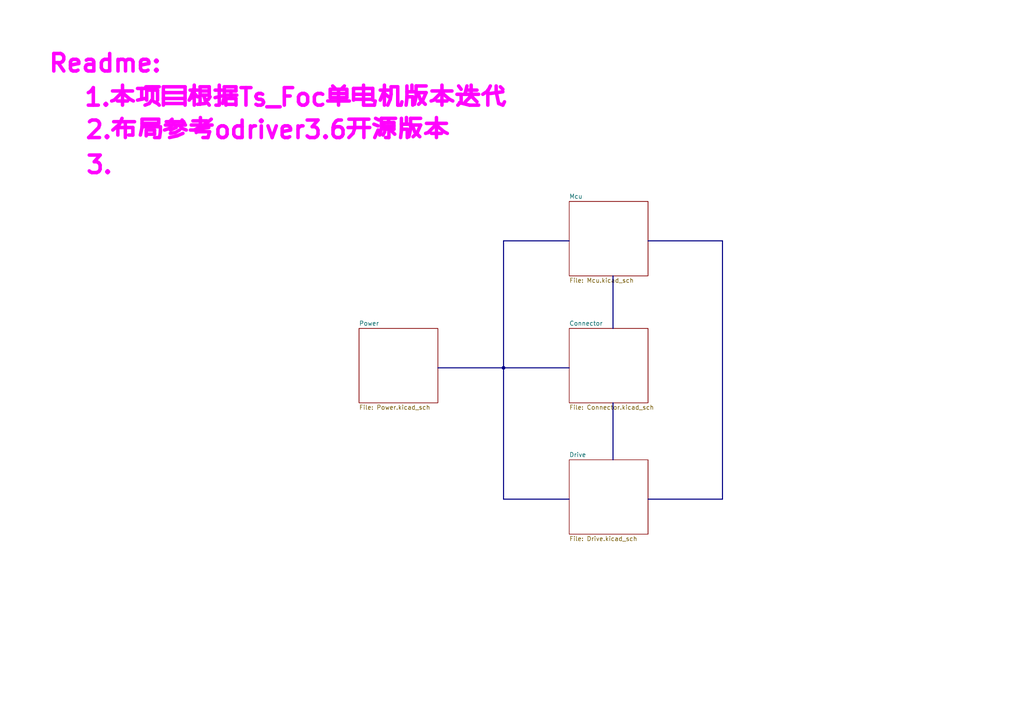
<source format=kicad_sch>
(kicad_sch
	(version 20231120)
	(generator "eeschema")
	(generator_version "8.0")
	(uuid "0cbcabec-8024-48c7-ab91-86e279a5637e")
	(paper "A4")
	(title_block
		(date "2025-01-24")
		(rev "Dennis_Re_Yoonjiho")
	)
	(lib_symbols)
	(junction
		(at 146.05 106.68)
		(diameter 0)
		(color 0 0 0 0)
		(uuid "bf674a9c-9342-490d-b12e-87a8d2d61999")
	)
	(bus
		(pts
			(xy 146.05 69.85) (xy 146.05 106.68)
		)
		(stroke
			(width 0)
			(type default)
		)
		(uuid "1056de3c-c82e-46c6-a34e-358540c01f54")
	)
	(bus
		(pts
			(xy 127 106.68) (xy 146.05 106.68)
		)
		(stroke
			(width 0)
			(type default)
		)
		(uuid "159ffaeb-bdfc-4d24-a13d-8e859aacca93")
	)
	(bus
		(pts
			(xy 165.1 69.85) (xy 146.05 69.85)
		)
		(stroke
			(width 0)
			(type default)
		)
		(uuid "16f016bc-52e7-4fea-a492-53a3e6d99abe")
	)
	(bus
		(pts
			(xy 146.05 144.78) (xy 165.1 144.78)
		)
		(stroke
			(width 0)
			(type default)
		)
		(uuid "5f4e08ec-e525-4ade-9851-ca5ed9db121f")
	)
	(bus
		(pts
			(xy 146.05 106.68) (xy 165.1 106.68)
		)
		(stroke
			(width 0)
			(type default)
		)
		(uuid "751ed3c4-4283-4c9f-bc6c-f3bb24eecb5a")
	)
	(bus
		(pts
			(xy 177.8 80.01) (xy 177.8 95.25)
		)
		(stroke
			(width 0)
			(type default)
		)
		(uuid "a02926b4-d95e-4441-aeb7-d693914adbd8")
	)
	(bus
		(pts
			(xy 187.96 69.85) (xy 209.55 69.85)
		)
		(stroke
			(width 0)
			(type default)
		)
		(uuid "a36e6c92-5b80-49e7-be5c-6a821ac7f8e5")
	)
	(bus
		(pts
			(xy 187.96 144.78) (xy 209.55 144.78)
		)
		(stroke
			(width 0)
			(type default)
		)
		(uuid "a888d0e7-d558-46e3-9d32-ae2675d0bd30")
	)
	(bus
		(pts
			(xy 146.05 106.68) (xy 146.05 144.78)
		)
		(stroke
			(width 0)
			(type default)
		)
		(uuid "cf82fa4c-3c6a-40e1-830e-cdacc62b2a50")
	)
	(bus
		(pts
			(xy 209.55 69.85) (xy 209.55 144.78)
		)
		(stroke
			(width 0)
			(type default)
		)
		(uuid "e7704409-2c7a-4da4-bf63-0e9804f7946e")
	)
	(bus
		(pts
			(xy 177.8 116.84) (xy 177.8 133.35)
		)
		(stroke
			(width 0)
			(type default)
		)
		(uuid "ee2f4cdc-ba78-405f-b006-2a4403d85a5b")
	)
	(text "2.布局参考odriver3.6开源版本"
		(exclude_from_sim yes)
		(at 77.724 37.846 0)
		(effects
			(font
				(size 5.08 5.08)
				(thickness 1.016)
				(bold yes)
				(color 255 2 253 1)
			)
		)
		(uuid "52dae713-1d44-4247-b2ca-abf42a355b7c")
	)
	(text "3. "
		(exclude_from_sim yes)
		(at 30.734 48.006 0)
		(effects
			(font
				(size 5.08 5.08)
				(thickness 1.016)
				(bold yes)
				(color 255 2 253 1)
			)
		)
		(uuid "afe14490-1999-4f10-b91d-dbab6ed703cc")
	)
	(text "1.本项目根据Ts_Foc单电机版本迭代\n"
		(exclude_from_sim yes)
		(at 85.852 28.448 0)
		(effects
			(font
				(size 5.08 5.08)
				(thickness 1.016)
				(bold yes)
				(color 255 2 253 1)
			)
		)
		(uuid "b89d030f-1a64-4c82-88de-eb7ebae8b650")
	)
	(text "Readme:"
		(exclude_from_sim yes)
		(at 30.48 18.542 0)
		(effects
			(font
				(size 5.08 5.08)
				(thickness 1.016)
				(bold yes)
				(color 255 2 253 1)
			)
		)
		(uuid "f1b1e739-50ce-4366-917c-bcbae624b362")
	)
	(sheet
		(at 165.1 58.42)
		(size 22.86 21.59)
		(fields_autoplaced yes)
		(stroke
			(width 0.1524)
			(type solid)
		)
		(fill
			(color 0 0 0 0.0000)
		)
		(uuid "5b2b706b-dc46-410d-930c-36fa0d5c1118")
		(property "Sheetname" "Mcu"
			(at 165.1 57.7084 0)
			(effects
				(font
					(size 1.27 1.27)
				)
				(justify left bottom)
			)
		)
		(property "Sheetfile" "Mcu.kicad_sch"
			(at 165.1 80.5946 0)
			(effects
				(font
					(size 1.27 1.27)
				)
				(justify left top)
			)
		)
		(instances
			(project "Ts_Foc_Vo1_0"
				(path "/0cbcabec-8024-48c7-ab91-86e279a5637e"
					(page "2")
				)
			)
		)
	)
	(sheet
		(at 104.14 95.25)
		(size 22.86 21.59)
		(fields_autoplaced yes)
		(stroke
			(width 0.1524)
			(type solid)
		)
		(fill
			(color 0 0 0 0.0000)
		)
		(uuid "97ee4039-d600-4608-b2ff-7d42036ea92c")
		(property "Sheetname" "Power"
			(at 104.14 94.5384 0)
			(effects
				(font
					(size 1.27 1.27)
				)
				(justify left bottom)
			)
		)
		(property "Sheetfile" "Power.kicad_sch"
			(at 104.14 117.4246 0)
			(effects
				(font
					(size 1.27 1.27)
				)
				(justify left top)
			)
		)
		(instances
			(project "Ts_Foc_Vo1_0"
				(path "/0cbcabec-8024-48c7-ab91-86e279a5637e"
					(page "1")
				)
			)
		)
	)
	(sheet
		(at 165.1 95.25)
		(size 22.86 21.59)
		(fields_autoplaced yes)
		(stroke
			(width 0.1524)
			(type solid)
		)
		(fill
			(color 0 0 0 0.0000)
		)
		(uuid "f3329442-eac4-40be-b987-eebdbe922017")
		(property "Sheetname" "Connector"
			(at 165.1 94.5384 0)
			(effects
				(font
					(size 1.27 1.27)
				)
				(justify left bottom)
			)
		)
		(property "Sheetfile" "Connector.kicad_sch"
			(at 165.1 117.4246 0)
			(effects
				(font
					(size 1.27 1.27)
				)
				(justify left top)
			)
		)
		(instances
			(project "Ts_Foc_Vo1_0"
				(path "/0cbcabec-8024-48c7-ab91-86e279a5637e"
					(page "4")
				)
			)
		)
	)
	(sheet
		(at 165.1 133.35)
		(size 22.86 21.59)
		(fields_autoplaced yes)
		(stroke
			(width 0.1524)
			(type solid)
		)
		(fill
			(color 0 0 0 0.0000)
		)
		(uuid "fab28823-ecd3-450b-84d7-789286e0ef2b")
		(property "Sheetname" "Drive"
			(at 165.1 132.6384 0)
			(effects
				(font
					(size 1.27 1.27)
				)
				(justify left bottom)
			)
		)
		(property "Sheetfile" "Drive.kicad_sch"
			(at 165.1 155.5246 0)
			(effects
				(font
					(size 1.27 1.27)
				)
				(justify left top)
			)
		)
		(instances
			(project "Ts_Foc_Vo1_0"
				(path "/0cbcabec-8024-48c7-ab91-86e279a5637e"
					(page "3")
				)
			)
		)
	)
	(sheet_instances
		(path "/"
			(page "0")
		)
	)
)

</source>
